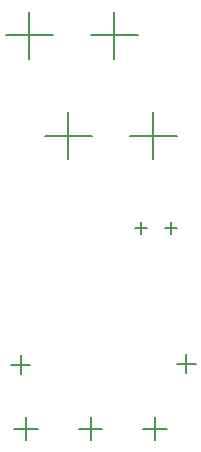
<source format=gbr>
%TF.GenerationSoftware,Altium Limited,Altium Designer,23.4.1 (23)*%
G04 Layer_Color=128*
%FSLAX45Y45*%
%MOMM*%
%TF.SameCoordinates,FC27E5CA-6F0E-4163-AE28-EC5EA92855B9*%
%TF.FilePolarity,Positive*%
%TF.FileFunction,Drillmap*%
%TF.Part,Single*%
G01*
G75*
%TA.AperFunction,NonConductor*%
%ADD38C,0.12700*%
D38*
X330000Y1090000D02*
X490000D01*
X410000Y1010000D02*
Y1170000D01*
X1730000Y1100000D02*
X1890000D01*
X1810000Y1020000D02*
Y1180000D01*
X1000200Y3879800D02*
X1400200D01*
X1200200Y3679800D02*
Y4079800D01*
X280200Y3879800D02*
X680200D01*
X480200Y3679800D02*
Y4079800D01*
X610200Y3030200D02*
X1010200D01*
X810200Y2830200D02*
Y3230200D01*
X1330200Y3030200D02*
X1730200D01*
X1530200Y2830200D02*
Y3230200D01*
X352500Y550000D02*
X552500D01*
X452500Y450000D02*
Y650000D01*
X900000Y550000D02*
X1100000D01*
X1000000Y450000D02*
Y650000D01*
X1447500Y550000D02*
X1647500D01*
X1547500Y450000D02*
Y650000D01*
X1380000Y2250000D02*
X1480000D01*
X1430000Y2200000D02*
Y2300000D01*
X1630000Y2250000D02*
X1730000D01*
X1680000Y2200000D02*
Y2300000D01*
%TF.MD5,2f4024acf86fbff5b746b441d41f0a8e*%
M02*

</source>
